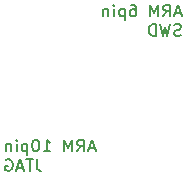
<source format=gbr>
G04 #@! TF.FileFunction,Legend,Bot*
%FSLAX46Y46*%
G04 Gerber Fmt 4.6, Leading zero omitted, Abs format (unit mm)*
G04 Created by KiCad (PCBNEW 4.0.7) date 2018 January 31, Wednesday 20:45:58*
%MOMM*%
%LPD*%
G01*
G04 APERTURE LIST*
%ADD10C,0.100000*%
%ADD11C,0.150000*%
G04 APERTURE END LIST*
D10*
D11*
X152046905Y-105056667D02*
X151570714Y-105056667D01*
X152142143Y-105342381D02*
X151808810Y-104342381D01*
X151475476Y-105342381D01*
X150570714Y-105342381D02*
X150904048Y-104866190D01*
X151142143Y-105342381D02*
X151142143Y-104342381D01*
X150761190Y-104342381D01*
X150665952Y-104390000D01*
X150618333Y-104437619D01*
X150570714Y-104532857D01*
X150570714Y-104675714D01*
X150618333Y-104770952D01*
X150665952Y-104818571D01*
X150761190Y-104866190D01*
X151142143Y-104866190D01*
X150142143Y-105342381D02*
X150142143Y-104342381D01*
X149808809Y-105056667D01*
X149475476Y-104342381D01*
X149475476Y-105342381D01*
X147713571Y-105342381D02*
X148285000Y-105342381D01*
X147999286Y-105342381D02*
X147999286Y-104342381D01*
X148094524Y-104485238D01*
X148189762Y-104580476D01*
X148285000Y-104628095D01*
X147094524Y-104342381D02*
X146999285Y-104342381D01*
X146904047Y-104390000D01*
X146856428Y-104437619D01*
X146808809Y-104532857D01*
X146761190Y-104723333D01*
X146761190Y-104961429D01*
X146808809Y-105151905D01*
X146856428Y-105247143D01*
X146904047Y-105294762D01*
X146999285Y-105342381D01*
X147094524Y-105342381D01*
X147189762Y-105294762D01*
X147237381Y-105247143D01*
X147285000Y-105151905D01*
X147332619Y-104961429D01*
X147332619Y-104723333D01*
X147285000Y-104532857D01*
X147237381Y-104437619D01*
X147189762Y-104390000D01*
X147094524Y-104342381D01*
X146332619Y-104675714D02*
X146332619Y-105675714D01*
X146332619Y-104723333D02*
X146237381Y-104675714D01*
X146046904Y-104675714D01*
X145951666Y-104723333D01*
X145904047Y-104770952D01*
X145856428Y-104866190D01*
X145856428Y-105151905D01*
X145904047Y-105247143D01*
X145951666Y-105294762D01*
X146046904Y-105342381D01*
X146237381Y-105342381D01*
X146332619Y-105294762D01*
X145427857Y-105342381D02*
X145427857Y-104675714D01*
X145427857Y-104342381D02*
X145475476Y-104390000D01*
X145427857Y-104437619D01*
X145380238Y-104390000D01*
X145427857Y-104342381D01*
X145427857Y-104437619D01*
X144951667Y-104675714D02*
X144951667Y-105342381D01*
X144951667Y-104770952D02*
X144904048Y-104723333D01*
X144808810Y-104675714D01*
X144665952Y-104675714D01*
X144570714Y-104723333D01*
X144523095Y-104818571D01*
X144523095Y-105342381D01*
X147142143Y-105992381D02*
X147142143Y-106706667D01*
X147189763Y-106849524D01*
X147285001Y-106944762D01*
X147427858Y-106992381D01*
X147523096Y-106992381D01*
X146808810Y-105992381D02*
X146237381Y-105992381D01*
X146523096Y-106992381D02*
X146523096Y-105992381D01*
X145951667Y-106706667D02*
X145475476Y-106706667D01*
X146046905Y-106992381D02*
X145713572Y-105992381D01*
X145380238Y-106992381D01*
X144523095Y-106040000D02*
X144618333Y-105992381D01*
X144761190Y-105992381D01*
X144904048Y-106040000D01*
X144999286Y-106135238D01*
X145046905Y-106230476D01*
X145094524Y-106420952D01*
X145094524Y-106563810D01*
X145046905Y-106754286D01*
X144999286Y-106849524D01*
X144904048Y-106944762D01*
X144761190Y-106992381D01*
X144665952Y-106992381D01*
X144523095Y-106944762D01*
X144475476Y-106897143D01*
X144475476Y-106563810D01*
X144665952Y-106563810D01*
X159334524Y-93626667D02*
X158858333Y-93626667D01*
X159429762Y-93912381D02*
X159096429Y-92912381D01*
X158763095Y-93912381D01*
X157858333Y-93912381D02*
X158191667Y-93436190D01*
X158429762Y-93912381D02*
X158429762Y-92912381D01*
X158048809Y-92912381D01*
X157953571Y-92960000D01*
X157905952Y-93007619D01*
X157858333Y-93102857D01*
X157858333Y-93245714D01*
X157905952Y-93340952D01*
X157953571Y-93388571D01*
X158048809Y-93436190D01*
X158429762Y-93436190D01*
X157429762Y-93912381D02*
X157429762Y-92912381D01*
X157096428Y-93626667D01*
X156763095Y-92912381D01*
X156763095Y-93912381D01*
X155096428Y-92912381D02*
X155286905Y-92912381D01*
X155382143Y-92960000D01*
X155429762Y-93007619D01*
X155525000Y-93150476D01*
X155572619Y-93340952D01*
X155572619Y-93721905D01*
X155525000Y-93817143D01*
X155477381Y-93864762D01*
X155382143Y-93912381D01*
X155191666Y-93912381D01*
X155096428Y-93864762D01*
X155048809Y-93817143D01*
X155001190Y-93721905D01*
X155001190Y-93483810D01*
X155048809Y-93388571D01*
X155096428Y-93340952D01*
X155191666Y-93293333D01*
X155382143Y-93293333D01*
X155477381Y-93340952D01*
X155525000Y-93388571D01*
X155572619Y-93483810D01*
X154572619Y-93245714D02*
X154572619Y-94245714D01*
X154572619Y-93293333D02*
X154477381Y-93245714D01*
X154286904Y-93245714D01*
X154191666Y-93293333D01*
X154144047Y-93340952D01*
X154096428Y-93436190D01*
X154096428Y-93721905D01*
X154144047Y-93817143D01*
X154191666Y-93864762D01*
X154286904Y-93912381D01*
X154477381Y-93912381D01*
X154572619Y-93864762D01*
X153667857Y-93912381D02*
X153667857Y-93245714D01*
X153667857Y-92912381D02*
X153715476Y-92960000D01*
X153667857Y-93007619D01*
X153620238Y-92960000D01*
X153667857Y-92912381D01*
X153667857Y-93007619D01*
X153191667Y-93245714D02*
X153191667Y-93912381D01*
X153191667Y-93340952D02*
X153144048Y-93293333D01*
X153048810Y-93245714D01*
X152905952Y-93245714D01*
X152810714Y-93293333D01*
X152763095Y-93388571D01*
X152763095Y-93912381D01*
X159334524Y-95514762D02*
X159191667Y-95562381D01*
X158953571Y-95562381D01*
X158858333Y-95514762D01*
X158810714Y-95467143D01*
X158763095Y-95371905D01*
X158763095Y-95276667D01*
X158810714Y-95181429D01*
X158858333Y-95133810D01*
X158953571Y-95086190D01*
X159144048Y-95038571D01*
X159239286Y-94990952D01*
X159286905Y-94943333D01*
X159334524Y-94848095D01*
X159334524Y-94752857D01*
X159286905Y-94657619D01*
X159239286Y-94610000D01*
X159144048Y-94562381D01*
X158905952Y-94562381D01*
X158763095Y-94610000D01*
X158429762Y-94562381D02*
X158191667Y-95562381D01*
X158001190Y-94848095D01*
X157810714Y-95562381D01*
X157572619Y-94562381D01*
X157191667Y-95562381D02*
X157191667Y-94562381D01*
X156953572Y-94562381D01*
X156810714Y-94610000D01*
X156715476Y-94705238D01*
X156667857Y-94800476D01*
X156620238Y-94990952D01*
X156620238Y-95133810D01*
X156667857Y-95324286D01*
X156715476Y-95419524D01*
X156810714Y-95514762D01*
X156953572Y-95562381D01*
X157191667Y-95562381D01*
M02*

</source>
